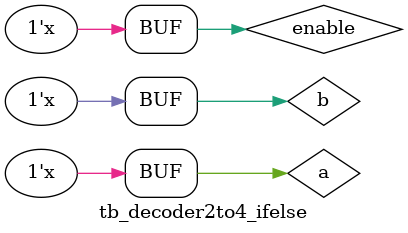
<source format=v>
`timescale 1ns / 1ps


module tb_decoder2to4_ifelse();
    reg enable;
    reg a;
    reg b;
    wire [3:0] y_out;
 decoder2to4 DUT(.enable(enable),.a(a),.b(b),.y_out(y_out));
 always #100 enable =enable+1;
 always #10 a=a+1;
 always #20 b=b+1;
 initial
 begin
 enable ='b0;
 a ='b0;
 b ='b0;
 end
endmodule

</source>
